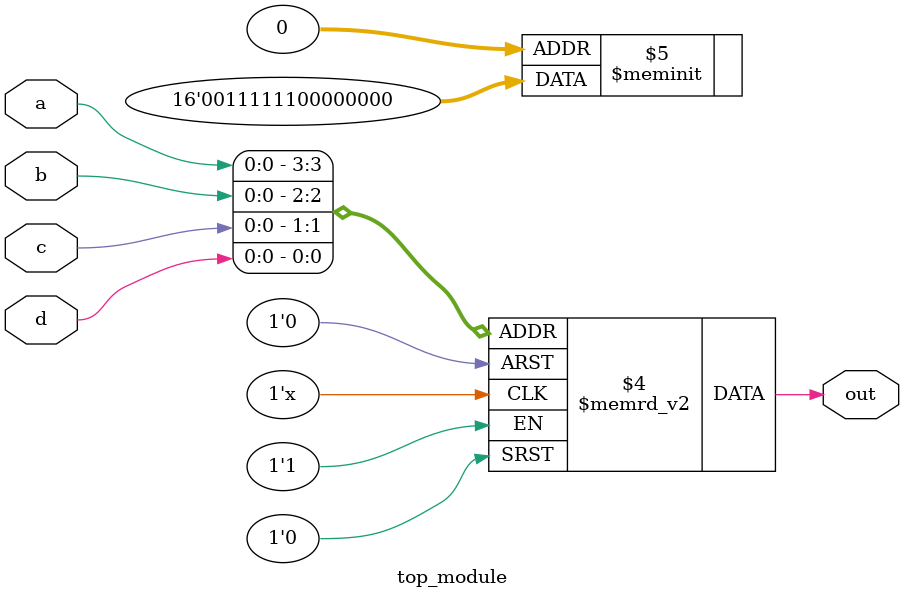
<source format=sv>
module top_module (
  input a, 
  input b,
  input c,
  input d,
  output reg out
);

  always @(*) begin
    case({a,b,c,d})
      4'b0000: out = 1'b0;
      4'b0001: out = 1'b0; // Corrected
      4'b0010: out = 1'b0;
      4'b0011: out = 1'b0; // Corrected
      4'b0100: out = 1'b0;
      4'b0101: out = 1'b0; // Corrected
      4'b0110: out = 1'b0;
      4'b0111: out = 1'b0; // Corrected
      4'b1000: out = 1'b1;
      4'b1001: out = 1'b1; // Corrected
      4'b1010: out = 1'b1;
      4'b1011: out = 1'b1; // Corrected
      4'b1100: out = 1'b1;
      4'b1101: out = 1'b1; // Corrected
      4'b1110: out = 1'b0;
      4'b1111: out = 1'b0;
      default: out = 1'b0;
    endcase
  end

endmodule

</source>
